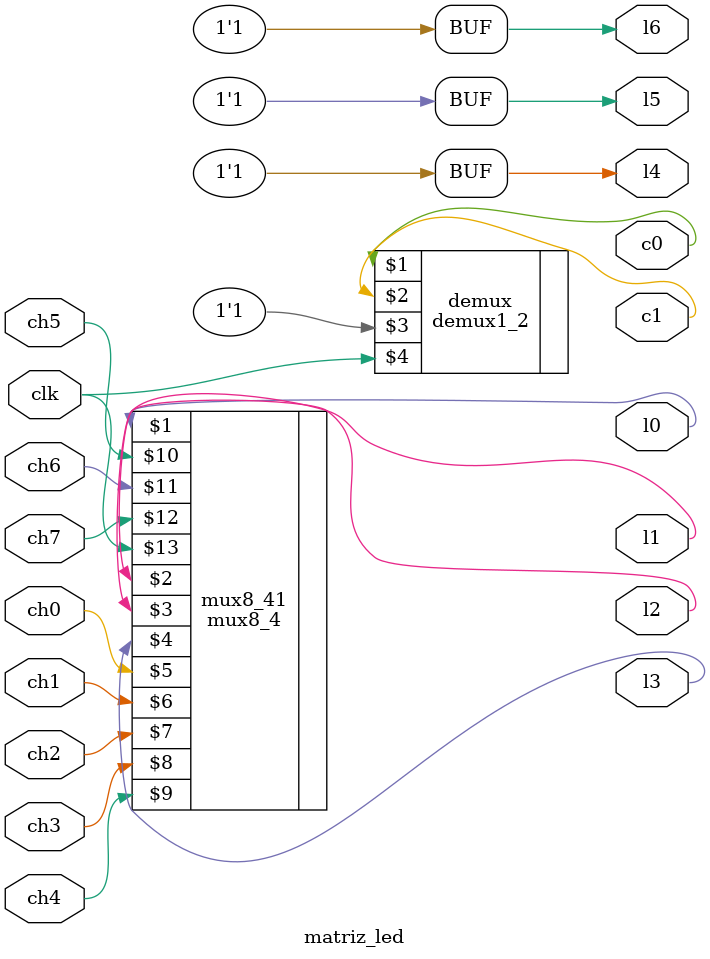
<source format=v>
/*MULTIPLEXAÇÃO DA MATRIZ DE LED*/
module matriz_led(l0, l1, l2, l3, l4, l5, l6, c0, c1, ch0, ch1, ch2, ch3, ch4, ch5, ch6, ch7, clk);
/*OBS.: PARA ACENDER OS ELEMENTOS DA METRIZ DE LED É NECESSÁRIO QUE A COLUNA TENHA VALOR LÓGICO
UM E A LINHA TENHA VALOR LÓGICO ZERO*/

    input ch0, ch2, ch4, ch6;           // CHAVES QUE REPRESENTAM A COLUNA 1;
   
    input ch1, ch3, ch5, ch7;           // CHAVES QUE REPRESENTAM A COLUNA 2;
   
    input clk;                          // CLOCK PARA REVESAR A LIGAÇÃO DE CADA COLUNA;
   
    output l0, l1, l2, l3, l4, l5, l6;  // LINHAS DA MATRIZ DE LED;
    output c0, c1;                      // COLUNAS DA MATRIZ DE LED;
   
   /*DESLIGAR AS LINHAS QUE NÃO SERAM USADAS*/
    assign l4 = 1'b1;
    assign l5 = 1'b1;
    assign l6 = 1'b1;
   
    /*SELECIONAR COLUNA HÁ ENTRAR EM ESTADO "ON"*/
    // LIGAR UMA DAS DUAS COLUNAS DA MATRIZ DE LED;
    demux1_2 demux(c0, c1, 1'b1, clk); 
   
    /*MULTIPLEXAR O CONTEÚDO DAS LINHAS*/
    // MUDAR AS LINHAS PARA O CONTEÚDO DA RESPECTIVA COLUNA QUE SE ENCONTRA EM ESTADO "ON";
    mux8_4 mux8_41(l0, l1, l2, l3, ch0, ch1, ch2, ch3, ch4, ch5, ch6, ch7, clk); 
   
endmodule

</source>
